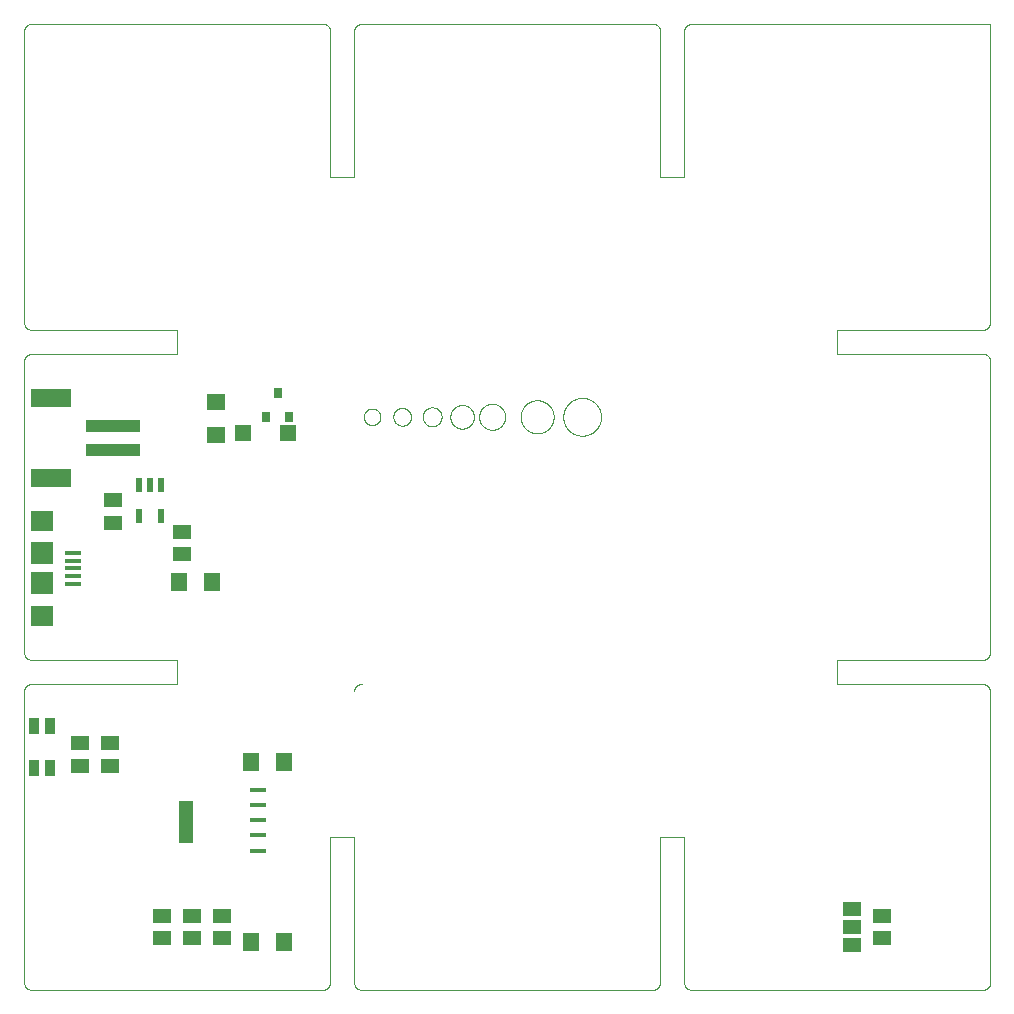
<source format=gtp>
G75*
%MOIN*%
%OFA0B0*%
%FSLAX25Y25*%
%IPPOS*%
%LPD*%
%AMOC8*
5,1,8,0,0,1.08239X$1,22.5*
%
%ADD10C,0.00000*%
%ADD11C,0.00100*%
%ADD12R,0.05906X0.05118*%
%ADD13R,0.03543X0.05512*%
%ADD14R,0.05500X0.01800*%
%ADD15R,0.05118X0.14173*%
%ADD16R,0.05512X0.06299*%
%ADD17R,0.02165X0.04724*%
%ADD18R,0.06299X0.05512*%
%ADD19R,0.03150X0.03543*%
%ADD20R,0.05512X0.05512*%
%ADD21R,0.05512X0.01378*%
%ADD22R,0.07480X0.07087*%
%ADD23R,0.07480X0.07480*%
%ADD24R,0.18110X0.03937*%
%ADD25R,0.13386X0.06299*%
%ADD26R,0.06300X0.04600*%
D10*
X0006275Y0006500D02*
X0006275Y0103500D01*
X0006277Y0103598D01*
X0006283Y0103696D01*
X0006292Y0103794D01*
X0006306Y0103891D01*
X0006323Y0103988D01*
X0006344Y0104084D01*
X0006369Y0104179D01*
X0006397Y0104273D01*
X0006430Y0104365D01*
X0006465Y0104457D01*
X0006505Y0104547D01*
X0006547Y0104635D01*
X0006594Y0104722D01*
X0006643Y0104806D01*
X0006696Y0104889D01*
X0006752Y0104969D01*
X0006812Y0105048D01*
X0006874Y0105124D01*
X0006939Y0105197D01*
X0007007Y0105268D01*
X0007078Y0105336D01*
X0007151Y0105401D01*
X0007227Y0105463D01*
X0007306Y0105523D01*
X0007386Y0105579D01*
X0007469Y0105632D01*
X0007553Y0105681D01*
X0007640Y0105728D01*
X0007728Y0105770D01*
X0007818Y0105810D01*
X0007910Y0105845D01*
X0008002Y0105878D01*
X0008096Y0105906D01*
X0008191Y0105931D01*
X0008287Y0105952D01*
X0008384Y0105969D01*
X0008481Y0105983D01*
X0008579Y0105992D01*
X0008677Y0105998D01*
X0008775Y0106000D01*
X0057275Y0106000D01*
X0057275Y0114000D01*
X0008775Y0114000D01*
X0008677Y0114002D01*
X0008579Y0114008D01*
X0008481Y0114017D01*
X0008384Y0114031D01*
X0008287Y0114048D01*
X0008191Y0114069D01*
X0008096Y0114094D01*
X0008002Y0114122D01*
X0007910Y0114155D01*
X0007818Y0114190D01*
X0007728Y0114230D01*
X0007640Y0114272D01*
X0007553Y0114319D01*
X0007469Y0114368D01*
X0007386Y0114421D01*
X0007306Y0114477D01*
X0007227Y0114537D01*
X0007151Y0114599D01*
X0007078Y0114664D01*
X0007007Y0114732D01*
X0006939Y0114803D01*
X0006874Y0114876D01*
X0006812Y0114952D01*
X0006752Y0115031D01*
X0006696Y0115111D01*
X0006643Y0115194D01*
X0006594Y0115278D01*
X0006547Y0115365D01*
X0006505Y0115453D01*
X0006465Y0115543D01*
X0006430Y0115635D01*
X0006397Y0115727D01*
X0006369Y0115821D01*
X0006344Y0115916D01*
X0006323Y0116012D01*
X0006306Y0116109D01*
X0006292Y0116206D01*
X0006283Y0116304D01*
X0006277Y0116402D01*
X0006275Y0116500D01*
X0006275Y0213500D01*
X0006277Y0213598D01*
X0006283Y0213696D01*
X0006292Y0213794D01*
X0006306Y0213891D01*
X0006323Y0213988D01*
X0006344Y0214084D01*
X0006369Y0214179D01*
X0006397Y0214273D01*
X0006430Y0214365D01*
X0006465Y0214457D01*
X0006505Y0214547D01*
X0006547Y0214635D01*
X0006594Y0214722D01*
X0006643Y0214806D01*
X0006696Y0214889D01*
X0006752Y0214969D01*
X0006812Y0215048D01*
X0006874Y0215124D01*
X0006939Y0215197D01*
X0007007Y0215268D01*
X0007078Y0215336D01*
X0007151Y0215401D01*
X0007227Y0215463D01*
X0007306Y0215523D01*
X0007386Y0215579D01*
X0007469Y0215632D01*
X0007553Y0215681D01*
X0007640Y0215728D01*
X0007728Y0215770D01*
X0007818Y0215810D01*
X0007910Y0215845D01*
X0008002Y0215878D01*
X0008096Y0215906D01*
X0008191Y0215931D01*
X0008287Y0215952D01*
X0008384Y0215969D01*
X0008481Y0215983D01*
X0008579Y0215992D01*
X0008677Y0215998D01*
X0008775Y0216000D01*
X0057275Y0216000D01*
X0057275Y0224000D01*
X0008775Y0224000D01*
X0008677Y0224002D01*
X0008579Y0224008D01*
X0008481Y0224017D01*
X0008384Y0224031D01*
X0008287Y0224048D01*
X0008191Y0224069D01*
X0008096Y0224094D01*
X0008002Y0224122D01*
X0007910Y0224155D01*
X0007818Y0224190D01*
X0007728Y0224230D01*
X0007640Y0224272D01*
X0007553Y0224319D01*
X0007469Y0224368D01*
X0007386Y0224421D01*
X0007306Y0224477D01*
X0007227Y0224537D01*
X0007151Y0224599D01*
X0007078Y0224664D01*
X0007007Y0224732D01*
X0006939Y0224803D01*
X0006874Y0224876D01*
X0006812Y0224952D01*
X0006752Y0225031D01*
X0006696Y0225111D01*
X0006643Y0225194D01*
X0006594Y0225278D01*
X0006547Y0225365D01*
X0006505Y0225453D01*
X0006465Y0225543D01*
X0006430Y0225635D01*
X0006397Y0225727D01*
X0006369Y0225821D01*
X0006344Y0225916D01*
X0006323Y0226012D01*
X0006306Y0226109D01*
X0006292Y0226206D01*
X0006283Y0226304D01*
X0006277Y0226402D01*
X0006275Y0226500D01*
X0006275Y0323511D01*
X0006277Y0323609D01*
X0006283Y0323707D01*
X0006292Y0323805D01*
X0006306Y0323902D01*
X0006323Y0323999D01*
X0006344Y0324095D01*
X0006369Y0324190D01*
X0006397Y0324284D01*
X0006430Y0324376D01*
X0006465Y0324468D01*
X0006505Y0324558D01*
X0006547Y0324646D01*
X0006594Y0324733D01*
X0006643Y0324817D01*
X0006696Y0324900D01*
X0006752Y0324980D01*
X0006812Y0325059D01*
X0006874Y0325135D01*
X0006939Y0325208D01*
X0007007Y0325279D01*
X0007078Y0325347D01*
X0007151Y0325412D01*
X0007227Y0325474D01*
X0007306Y0325534D01*
X0007386Y0325590D01*
X0007469Y0325643D01*
X0007553Y0325692D01*
X0007640Y0325739D01*
X0007728Y0325781D01*
X0007818Y0325821D01*
X0007910Y0325856D01*
X0008002Y0325889D01*
X0008096Y0325917D01*
X0008191Y0325942D01*
X0008287Y0325963D01*
X0008384Y0325980D01*
X0008481Y0325994D01*
X0008579Y0326003D01*
X0008677Y0326009D01*
X0008775Y0326011D01*
X0105775Y0326011D01*
X0105873Y0326009D01*
X0105971Y0326003D01*
X0106069Y0325994D01*
X0106166Y0325980D01*
X0106263Y0325963D01*
X0106359Y0325942D01*
X0106454Y0325917D01*
X0106548Y0325889D01*
X0106640Y0325856D01*
X0106732Y0325821D01*
X0106822Y0325781D01*
X0106910Y0325739D01*
X0106997Y0325692D01*
X0107081Y0325643D01*
X0107164Y0325590D01*
X0107244Y0325534D01*
X0107323Y0325474D01*
X0107399Y0325412D01*
X0107472Y0325347D01*
X0107543Y0325279D01*
X0107611Y0325208D01*
X0107676Y0325135D01*
X0107738Y0325059D01*
X0107798Y0324980D01*
X0107854Y0324900D01*
X0107907Y0324817D01*
X0107956Y0324733D01*
X0108003Y0324646D01*
X0108045Y0324558D01*
X0108085Y0324468D01*
X0108120Y0324376D01*
X0108153Y0324284D01*
X0108181Y0324190D01*
X0108206Y0324095D01*
X0108227Y0323999D01*
X0108244Y0323902D01*
X0108258Y0323805D01*
X0108267Y0323707D01*
X0108273Y0323609D01*
X0108275Y0323511D01*
X0108275Y0275000D01*
X0116275Y0275000D01*
X0116275Y0323500D01*
X0116277Y0323598D01*
X0116283Y0323696D01*
X0116292Y0323794D01*
X0116306Y0323891D01*
X0116323Y0323988D01*
X0116344Y0324084D01*
X0116369Y0324179D01*
X0116397Y0324273D01*
X0116430Y0324365D01*
X0116465Y0324457D01*
X0116505Y0324547D01*
X0116547Y0324635D01*
X0116594Y0324722D01*
X0116643Y0324806D01*
X0116696Y0324889D01*
X0116752Y0324969D01*
X0116812Y0325048D01*
X0116874Y0325124D01*
X0116939Y0325197D01*
X0117007Y0325268D01*
X0117078Y0325336D01*
X0117151Y0325401D01*
X0117227Y0325463D01*
X0117306Y0325523D01*
X0117386Y0325579D01*
X0117469Y0325632D01*
X0117553Y0325681D01*
X0117640Y0325728D01*
X0117728Y0325770D01*
X0117818Y0325810D01*
X0117910Y0325845D01*
X0118002Y0325878D01*
X0118096Y0325906D01*
X0118191Y0325931D01*
X0118287Y0325952D01*
X0118384Y0325969D01*
X0118481Y0325983D01*
X0118579Y0325992D01*
X0118677Y0325998D01*
X0118775Y0326000D01*
X0215775Y0326000D01*
X0215873Y0325998D01*
X0215971Y0325992D01*
X0216069Y0325983D01*
X0216166Y0325969D01*
X0216263Y0325952D01*
X0216359Y0325931D01*
X0216454Y0325906D01*
X0216548Y0325878D01*
X0216640Y0325845D01*
X0216732Y0325810D01*
X0216822Y0325770D01*
X0216910Y0325728D01*
X0216997Y0325681D01*
X0217081Y0325632D01*
X0217164Y0325579D01*
X0217244Y0325523D01*
X0217323Y0325463D01*
X0217399Y0325401D01*
X0217472Y0325336D01*
X0217543Y0325268D01*
X0217611Y0325197D01*
X0217676Y0325124D01*
X0217738Y0325048D01*
X0217798Y0324969D01*
X0217854Y0324889D01*
X0217907Y0324806D01*
X0217956Y0324722D01*
X0218003Y0324635D01*
X0218045Y0324547D01*
X0218085Y0324457D01*
X0218120Y0324365D01*
X0218153Y0324273D01*
X0218181Y0324179D01*
X0218206Y0324084D01*
X0218227Y0323988D01*
X0218244Y0323891D01*
X0218258Y0323794D01*
X0218267Y0323696D01*
X0218273Y0323598D01*
X0218275Y0323500D01*
X0218275Y0275000D01*
X0226275Y0275000D01*
X0226275Y0323500D01*
X0226275Y0323501D02*
X0226277Y0323599D01*
X0226282Y0323697D01*
X0226291Y0323795D01*
X0226304Y0323892D01*
X0226321Y0323989D01*
X0226342Y0324085D01*
X0226367Y0324180D01*
X0226395Y0324274D01*
X0226427Y0324367D01*
X0226463Y0324459D01*
X0226502Y0324549D01*
X0226544Y0324638D01*
X0226591Y0324724D01*
X0226640Y0324809D01*
X0226693Y0324892D01*
X0226749Y0324973D01*
X0226809Y0325051D01*
X0226871Y0325127D01*
X0226936Y0325201D01*
X0227004Y0325272D01*
X0227075Y0325340D01*
X0227149Y0325405D01*
X0227225Y0325467D01*
X0227303Y0325527D01*
X0227384Y0325583D01*
X0227466Y0325636D01*
X0227551Y0325685D01*
X0227638Y0325731D01*
X0227727Y0325774D01*
X0227817Y0325813D01*
X0227908Y0325849D01*
X0228001Y0325881D01*
X0228095Y0325909D01*
X0228191Y0325934D01*
X0228287Y0325955D01*
X0228383Y0325972D01*
X0228481Y0325985D01*
X0228579Y0325994D01*
X0228677Y0325999D01*
X0228775Y0326001D01*
X0228775Y0326000D02*
X0328275Y0326011D01*
X0328276Y0326011D01*
X0328275Y0326011D02*
X0328275Y0226500D01*
X0328273Y0226402D01*
X0328267Y0226304D01*
X0328258Y0226206D01*
X0328244Y0226109D01*
X0328227Y0226012D01*
X0328206Y0225916D01*
X0328181Y0225821D01*
X0328153Y0225727D01*
X0328120Y0225635D01*
X0328085Y0225543D01*
X0328045Y0225453D01*
X0328003Y0225365D01*
X0327956Y0225278D01*
X0327907Y0225194D01*
X0327854Y0225111D01*
X0327798Y0225031D01*
X0327738Y0224952D01*
X0327676Y0224876D01*
X0327611Y0224803D01*
X0327543Y0224732D01*
X0327472Y0224664D01*
X0327399Y0224599D01*
X0327323Y0224537D01*
X0327244Y0224477D01*
X0327164Y0224421D01*
X0327081Y0224368D01*
X0326997Y0224319D01*
X0326910Y0224272D01*
X0326822Y0224230D01*
X0326732Y0224190D01*
X0326640Y0224155D01*
X0326548Y0224122D01*
X0326454Y0224094D01*
X0326359Y0224069D01*
X0326263Y0224048D01*
X0326166Y0224031D01*
X0326069Y0224017D01*
X0325971Y0224008D01*
X0325873Y0224002D01*
X0325775Y0224000D01*
X0277275Y0224000D01*
X0277275Y0216000D01*
X0325775Y0216000D01*
X0325873Y0215998D01*
X0325971Y0215992D01*
X0326069Y0215983D01*
X0326166Y0215969D01*
X0326263Y0215952D01*
X0326359Y0215931D01*
X0326454Y0215906D01*
X0326548Y0215878D01*
X0326640Y0215845D01*
X0326732Y0215810D01*
X0326822Y0215770D01*
X0326910Y0215728D01*
X0326997Y0215681D01*
X0327081Y0215632D01*
X0327164Y0215579D01*
X0327244Y0215523D01*
X0327323Y0215463D01*
X0327399Y0215401D01*
X0327472Y0215336D01*
X0327543Y0215268D01*
X0327611Y0215197D01*
X0327676Y0215124D01*
X0327738Y0215048D01*
X0327798Y0214969D01*
X0327854Y0214889D01*
X0327907Y0214806D01*
X0327956Y0214722D01*
X0328003Y0214635D01*
X0328045Y0214547D01*
X0328085Y0214457D01*
X0328120Y0214365D01*
X0328153Y0214273D01*
X0328181Y0214179D01*
X0328206Y0214084D01*
X0328227Y0213988D01*
X0328244Y0213891D01*
X0328258Y0213794D01*
X0328267Y0213696D01*
X0328273Y0213598D01*
X0328275Y0213500D01*
X0328275Y0116500D01*
X0328273Y0116402D01*
X0328267Y0116304D01*
X0328258Y0116206D01*
X0328244Y0116109D01*
X0328227Y0116012D01*
X0328206Y0115916D01*
X0328181Y0115821D01*
X0328153Y0115727D01*
X0328120Y0115635D01*
X0328085Y0115543D01*
X0328045Y0115453D01*
X0328003Y0115365D01*
X0327956Y0115278D01*
X0327907Y0115194D01*
X0327854Y0115111D01*
X0327798Y0115031D01*
X0327738Y0114952D01*
X0327676Y0114876D01*
X0327611Y0114803D01*
X0327543Y0114732D01*
X0327472Y0114664D01*
X0327399Y0114599D01*
X0327323Y0114537D01*
X0327244Y0114477D01*
X0327164Y0114421D01*
X0327081Y0114368D01*
X0326997Y0114319D01*
X0326910Y0114272D01*
X0326822Y0114230D01*
X0326732Y0114190D01*
X0326640Y0114155D01*
X0326548Y0114122D01*
X0326454Y0114094D01*
X0326359Y0114069D01*
X0326263Y0114048D01*
X0326166Y0114031D01*
X0326069Y0114017D01*
X0325971Y0114008D01*
X0325873Y0114002D01*
X0325775Y0114000D01*
X0277275Y0114000D01*
X0277275Y0106000D01*
X0325776Y0106000D01*
X0325776Y0105999D02*
X0325879Y0105985D01*
X0325982Y0105967D01*
X0326085Y0105945D01*
X0326186Y0105919D01*
X0326286Y0105890D01*
X0326386Y0105857D01*
X0326484Y0105820D01*
X0326580Y0105780D01*
X0326675Y0105736D01*
X0326769Y0105689D01*
X0326860Y0105638D01*
X0326950Y0105585D01*
X0327038Y0105528D01*
X0327123Y0105467D01*
X0327207Y0105404D01*
X0327287Y0105338D01*
X0327366Y0105268D01*
X0327442Y0105196D01*
X0327515Y0105122D01*
X0327585Y0105044D01*
X0327653Y0104964D01*
X0327717Y0104882D01*
X0327779Y0104797D01*
X0327837Y0104711D01*
X0327893Y0104622D01*
X0327944Y0104531D01*
X0327993Y0104438D01*
X0328038Y0104344D01*
X0328080Y0104248D01*
X0328118Y0104150D01*
X0328152Y0104052D01*
X0328183Y0103952D01*
X0328210Y0103851D01*
X0328234Y0103749D01*
X0328254Y0103646D01*
X0328270Y0103543D01*
X0328282Y0103439D01*
X0328290Y0103334D01*
X0328295Y0103230D01*
X0328296Y0103125D01*
X0328293Y0103021D01*
X0328286Y0102916D01*
X0328275Y0102812D01*
X0328276Y0102812D02*
X0328276Y0007187D01*
X0328277Y0007187D02*
X0328300Y0007090D01*
X0328320Y0006993D01*
X0328335Y0006894D01*
X0328347Y0006795D01*
X0328355Y0006696D01*
X0328359Y0006596D01*
X0328359Y0006496D01*
X0328355Y0006397D01*
X0328347Y0006298D01*
X0328335Y0006199D01*
X0328320Y0006100D01*
X0328300Y0006002D01*
X0328277Y0005905D01*
X0328250Y0005809D01*
X0328220Y0005715D01*
X0328185Y0005621D01*
X0328147Y0005529D01*
X0328106Y0005438D01*
X0328060Y0005350D01*
X0328012Y0005262D01*
X0327960Y0005177D01*
X0327905Y0005094D01*
X0327846Y0005014D01*
X0327785Y0004935D01*
X0327720Y0004859D01*
X0327653Y0004786D01*
X0327583Y0004715D01*
X0327510Y0004647D01*
X0327434Y0004582D01*
X0327356Y0004520D01*
X0327276Y0004462D01*
X0327193Y0004406D01*
X0327108Y0004354D01*
X0327021Y0004304D01*
X0326933Y0004259D01*
X0326843Y0004217D01*
X0326751Y0004178D01*
X0326657Y0004143D01*
X0326563Y0004112D01*
X0326467Y0004085D01*
X0326370Y0004061D01*
X0326272Y0004041D01*
X0326174Y0004025D01*
X0326075Y0004013D01*
X0325976Y0004004D01*
X0325876Y0004000D01*
X0325777Y0003999D01*
X0325776Y0004000D02*
X0228775Y0004000D01*
X0228677Y0004002D01*
X0228579Y0004008D01*
X0228481Y0004017D01*
X0228384Y0004031D01*
X0228287Y0004048D01*
X0228191Y0004069D01*
X0228096Y0004094D01*
X0228002Y0004122D01*
X0227910Y0004155D01*
X0227818Y0004190D01*
X0227728Y0004230D01*
X0227640Y0004272D01*
X0227553Y0004319D01*
X0227469Y0004368D01*
X0227386Y0004421D01*
X0227306Y0004477D01*
X0227227Y0004537D01*
X0227151Y0004599D01*
X0227078Y0004664D01*
X0227007Y0004732D01*
X0226939Y0004803D01*
X0226874Y0004876D01*
X0226812Y0004952D01*
X0226752Y0005031D01*
X0226696Y0005111D01*
X0226643Y0005194D01*
X0226594Y0005278D01*
X0226547Y0005365D01*
X0226505Y0005453D01*
X0226465Y0005543D01*
X0226430Y0005635D01*
X0226397Y0005727D01*
X0226369Y0005821D01*
X0226344Y0005916D01*
X0226323Y0006012D01*
X0226306Y0006109D01*
X0226292Y0006206D01*
X0226283Y0006304D01*
X0226277Y0006402D01*
X0226275Y0006500D01*
X0226275Y0055000D01*
X0218275Y0055000D01*
X0218275Y0006500D01*
X0218273Y0006402D01*
X0218267Y0006304D01*
X0218258Y0006206D01*
X0218244Y0006109D01*
X0218227Y0006012D01*
X0218206Y0005916D01*
X0218181Y0005821D01*
X0218153Y0005727D01*
X0218120Y0005635D01*
X0218085Y0005543D01*
X0218045Y0005453D01*
X0218003Y0005365D01*
X0217956Y0005278D01*
X0217907Y0005194D01*
X0217854Y0005111D01*
X0217798Y0005031D01*
X0217738Y0004952D01*
X0217676Y0004876D01*
X0217611Y0004803D01*
X0217543Y0004732D01*
X0217472Y0004664D01*
X0217399Y0004599D01*
X0217323Y0004537D01*
X0217244Y0004477D01*
X0217164Y0004421D01*
X0217081Y0004368D01*
X0216997Y0004319D01*
X0216910Y0004272D01*
X0216822Y0004230D01*
X0216732Y0004190D01*
X0216640Y0004155D01*
X0216548Y0004122D01*
X0216454Y0004094D01*
X0216359Y0004069D01*
X0216263Y0004048D01*
X0216166Y0004031D01*
X0216069Y0004017D01*
X0215971Y0004008D01*
X0215873Y0004002D01*
X0215775Y0004000D01*
X0118775Y0004000D01*
X0118677Y0004002D01*
X0118579Y0004008D01*
X0118481Y0004017D01*
X0118384Y0004031D01*
X0118287Y0004048D01*
X0118191Y0004069D01*
X0118096Y0004094D01*
X0118002Y0004122D01*
X0117910Y0004155D01*
X0117818Y0004190D01*
X0117728Y0004230D01*
X0117640Y0004272D01*
X0117553Y0004319D01*
X0117469Y0004368D01*
X0117386Y0004421D01*
X0117306Y0004477D01*
X0117227Y0004537D01*
X0117151Y0004599D01*
X0117078Y0004664D01*
X0117007Y0004732D01*
X0116939Y0004803D01*
X0116874Y0004876D01*
X0116812Y0004952D01*
X0116752Y0005031D01*
X0116696Y0005111D01*
X0116643Y0005194D01*
X0116594Y0005278D01*
X0116547Y0005365D01*
X0116505Y0005453D01*
X0116465Y0005543D01*
X0116430Y0005635D01*
X0116397Y0005727D01*
X0116369Y0005821D01*
X0116344Y0005916D01*
X0116323Y0006012D01*
X0116306Y0006109D01*
X0116292Y0006206D01*
X0116283Y0006304D01*
X0116277Y0006402D01*
X0116275Y0006500D01*
X0116275Y0055000D01*
X0108275Y0055000D01*
X0108275Y0006500D01*
X0108273Y0006402D01*
X0108267Y0006304D01*
X0108258Y0006206D01*
X0108244Y0006109D01*
X0108227Y0006012D01*
X0108206Y0005916D01*
X0108181Y0005821D01*
X0108153Y0005727D01*
X0108120Y0005635D01*
X0108085Y0005543D01*
X0108045Y0005453D01*
X0108003Y0005365D01*
X0107956Y0005278D01*
X0107907Y0005194D01*
X0107854Y0005111D01*
X0107798Y0005031D01*
X0107738Y0004952D01*
X0107676Y0004876D01*
X0107611Y0004803D01*
X0107543Y0004732D01*
X0107472Y0004664D01*
X0107399Y0004599D01*
X0107323Y0004537D01*
X0107244Y0004477D01*
X0107164Y0004421D01*
X0107081Y0004368D01*
X0106997Y0004319D01*
X0106910Y0004272D01*
X0106822Y0004230D01*
X0106732Y0004190D01*
X0106640Y0004155D01*
X0106548Y0004122D01*
X0106454Y0004094D01*
X0106359Y0004069D01*
X0106263Y0004048D01*
X0106166Y0004031D01*
X0106069Y0004017D01*
X0105971Y0004008D01*
X0105873Y0004002D01*
X0105775Y0004000D01*
X0008775Y0004000D01*
X0008677Y0004002D01*
X0008579Y0004008D01*
X0008481Y0004017D01*
X0008384Y0004031D01*
X0008287Y0004048D01*
X0008191Y0004069D01*
X0008096Y0004094D01*
X0008002Y0004122D01*
X0007910Y0004155D01*
X0007818Y0004190D01*
X0007728Y0004230D01*
X0007640Y0004272D01*
X0007553Y0004319D01*
X0007469Y0004368D01*
X0007386Y0004421D01*
X0007306Y0004477D01*
X0007227Y0004537D01*
X0007151Y0004599D01*
X0007078Y0004664D01*
X0007007Y0004732D01*
X0006939Y0004803D01*
X0006874Y0004876D01*
X0006812Y0004952D01*
X0006752Y0005031D01*
X0006696Y0005111D01*
X0006643Y0005194D01*
X0006594Y0005278D01*
X0006547Y0005365D01*
X0006505Y0005453D01*
X0006465Y0005543D01*
X0006430Y0005635D01*
X0006397Y0005727D01*
X0006369Y0005821D01*
X0006344Y0005916D01*
X0006323Y0006012D01*
X0006306Y0006109D01*
X0006292Y0006206D01*
X0006283Y0006304D01*
X0006277Y0006402D01*
X0006275Y0006500D01*
X0119519Y0195000D02*
X0119521Y0195105D01*
X0119527Y0195210D01*
X0119537Y0195314D01*
X0119551Y0195418D01*
X0119569Y0195522D01*
X0119591Y0195624D01*
X0119616Y0195726D01*
X0119646Y0195827D01*
X0119679Y0195926D01*
X0119716Y0196024D01*
X0119757Y0196121D01*
X0119802Y0196216D01*
X0119850Y0196309D01*
X0119901Y0196401D01*
X0119957Y0196490D01*
X0120015Y0196577D01*
X0120077Y0196662D01*
X0120141Y0196745D01*
X0120209Y0196825D01*
X0120280Y0196902D01*
X0120354Y0196976D01*
X0120431Y0197048D01*
X0120510Y0197117D01*
X0120592Y0197182D01*
X0120676Y0197245D01*
X0120763Y0197304D01*
X0120852Y0197360D01*
X0120943Y0197413D01*
X0121036Y0197462D01*
X0121130Y0197507D01*
X0121226Y0197549D01*
X0121324Y0197587D01*
X0121423Y0197621D01*
X0121524Y0197652D01*
X0121625Y0197678D01*
X0121728Y0197701D01*
X0121831Y0197720D01*
X0121935Y0197735D01*
X0122039Y0197746D01*
X0122144Y0197753D01*
X0122249Y0197756D01*
X0122354Y0197755D01*
X0122459Y0197750D01*
X0122563Y0197741D01*
X0122667Y0197728D01*
X0122771Y0197711D01*
X0122874Y0197690D01*
X0122976Y0197665D01*
X0123077Y0197637D01*
X0123176Y0197604D01*
X0123275Y0197568D01*
X0123372Y0197528D01*
X0123467Y0197485D01*
X0123561Y0197437D01*
X0123653Y0197387D01*
X0123743Y0197333D01*
X0123831Y0197275D01*
X0123916Y0197214D01*
X0123999Y0197150D01*
X0124080Y0197083D01*
X0124158Y0197013D01*
X0124233Y0196939D01*
X0124305Y0196864D01*
X0124375Y0196785D01*
X0124441Y0196704D01*
X0124505Y0196620D01*
X0124565Y0196534D01*
X0124621Y0196446D01*
X0124675Y0196355D01*
X0124725Y0196263D01*
X0124771Y0196169D01*
X0124814Y0196073D01*
X0124853Y0195975D01*
X0124888Y0195877D01*
X0124919Y0195776D01*
X0124947Y0195675D01*
X0124971Y0195573D01*
X0124991Y0195470D01*
X0125007Y0195366D01*
X0125019Y0195262D01*
X0125027Y0195157D01*
X0125031Y0195052D01*
X0125031Y0194948D01*
X0125027Y0194843D01*
X0125019Y0194738D01*
X0125007Y0194634D01*
X0124991Y0194530D01*
X0124971Y0194427D01*
X0124947Y0194325D01*
X0124919Y0194224D01*
X0124888Y0194123D01*
X0124853Y0194025D01*
X0124814Y0193927D01*
X0124771Y0193831D01*
X0124725Y0193737D01*
X0124675Y0193645D01*
X0124621Y0193554D01*
X0124565Y0193466D01*
X0124505Y0193380D01*
X0124441Y0193296D01*
X0124375Y0193215D01*
X0124305Y0193136D01*
X0124233Y0193061D01*
X0124158Y0192987D01*
X0124080Y0192917D01*
X0123999Y0192850D01*
X0123916Y0192786D01*
X0123831Y0192725D01*
X0123743Y0192667D01*
X0123653Y0192613D01*
X0123561Y0192563D01*
X0123467Y0192515D01*
X0123372Y0192472D01*
X0123275Y0192432D01*
X0123176Y0192396D01*
X0123077Y0192363D01*
X0122976Y0192335D01*
X0122874Y0192310D01*
X0122771Y0192289D01*
X0122667Y0192272D01*
X0122563Y0192259D01*
X0122459Y0192250D01*
X0122354Y0192245D01*
X0122249Y0192244D01*
X0122144Y0192247D01*
X0122039Y0192254D01*
X0121935Y0192265D01*
X0121831Y0192280D01*
X0121728Y0192299D01*
X0121625Y0192322D01*
X0121524Y0192348D01*
X0121423Y0192379D01*
X0121324Y0192413D01*
X0121226Y0192451D01*
X0121130Y0192493D01*
X0121036Y0192538D01*
X0120943Y0192587D01*
X0120852Y0192640D01*
X0120763Y0192696D01*
X0120676Y0192755D01*
X0120592Y0192818D01*
X0120510Y0192883D01*
X0120431Y0192952D01*
X0120354Y0193024D01*
X0120280Y0193098D01*
X0120209Y0193175D01*
X0120141Y0193255D01*
X0120077Y0193338D01*
X0120015Y0193423D01*
X0119957Y0193510D01*
X0119901Y0193599D01*
X0119850Y0193691D01*
X0119802Y0193784D01*
X0119757Y0193879D01*
X0119716Y0193976D01*
X0119679Y0194074D01*
X0119646Y0194173D01*
X0119616Y0194274D01*
X0119591Y0194376D01*
X0119569Y0194478D01*
X0119551Y0194582D01*
X0119537Y0194686D01*
X0119527Y0194790D01*
X0119521Y0194895D01*
X0119519Y0195000D01*
X0129322Y0195000D02*
X0129324Y0195108D01*
X0129330Y0195217D01*
X0129340Y0195325D01*
X0129354Y0195432D01*
X0129372Y0195539D01*
X0129393Y0195646D01*
X0129419Y0195751D01*
X0129449Y0195856D01*
X0129482Y0195959D01*
X0129519Y0196061D01*
X0129560Y0196161D01*
X0129604Y0196260D01*
X0129653Y0196358D01*
X0129704Y0196453D01*
X0129759Y0196546D01*
X0129818Y0196638D01*
X0129880Y0196727D01*
X0129945Y0196814D01*
X0130013Y0196898D01*
X0130084Y0196980D01*
X0130158Y0197059D01*
X0130235Y0197135D01*
X0130315Y0197209D01*
X0130398Y0197279D01*
X0130483Y0197347D01*
X0130570Y0197411D01*
X0130660Y0197472D01*
X0130752Y0197530D01*
X0130846Y0197584D01*
X0130942Y0197635D01*
X0131039Y0197682D01*
X0131139Y0197726D01*
X0131240Y0197766D01*
X0131342Y0197802D01*
X0131445Y0197834D01*
X0131550Y0197863D01*
X0131656Y0197887D01*
X0131762Y0197908D01*
X0131869Y0197925D01*
X0131977Y0197938D01*
X0132085Y0197947D01*
X0132194Y0197952D01*
X0132302Y0197953D01*
X0132411Y0197950D01*
X0132519Y0197943D01*
X0132627Y0197932D01*
X0132734Y0197917D01*
X0132841Y0197898D01*
X0132947Y0197875D01*
X0133052Y0197849D01*
X0133157Y0197818D01*
X0133259Y0197784D01*
X0133361Y0197746D01*
X0133461Y0197704D01*
X0133560Y0197659D01*
X0133657Y0197610D01*
X0133751Y0197557D01*
X0133844Y0197501D01*
X0133935Y0197442D01*
X0134024Y0197379D01*
X0134110Y0197314D01*
X0134194Y0197245D01*
X0134275Y0197173D01*
X0134353Y0197098D01*
X0134429Y0197020D01*
X0134502Y0196939D01*
X0134572Y0196856D01*
X0134638Y0196771D01*
X0134702Y0196683D01*
X0134762Y0196592D01*
X0134819Y0196500D01*
X0134872Y0196405D01*
X0134922Y0196309D01*
X0134968Y0196211D01*
X0135011Y0196111D01*
X0135050Y0196010D01*
X0135085Y0195907D01*
X0135117Y0195804D01*
X0135144Y0195699D01*
X0135168Y0195593D01*
X0135188Y0195486D01*
X0135204Y0195379D01*
X0135216Y0195271D01*
X0135224Y0195163D01*
X0135228Y0195054D01*
X0135228Y0194946D01*
X0135224Y0194837D01*
X0135216Y0194729D01*
X0135204Y0194621D01*
X0135188Y0194514D01*
X0135168Y0194407D01*
X0135144Y0194301D01*
X0135117Y0194196D01*
X0135085Y0194093D01*
X0135050Y0193990D01*
X0135011Y0193889D01*
X0134968Y0193789D01*
X0134922Y0193691D01*
X0134872Y0193595D01*
X0134819Y0193500D01*
X0134762Y0193408D01*
X0134702Y0193317D01*
X0134638Y0193229D01*
X0134572Y0193144D01*
X0134502Y0193061D01*
X0134429Y0192980D01*
X0134353Y0192902D01*
X0134275Y0192827D01*
X0134194Y0192755D01*
X0134110Y0192686D01*
X0134024Y0192621D01*
X0133935Y0192558D01*
X0133844Y0192499D01*
X0133752Y0192443D01*
X0133657Y0192390D01*
X0133560Y0192341D01*
X0133461Y0192296D01*
X0133361Y0192254D01*
X0133259Y0192216D01*
X0133157Y0192182D01*
X0133052Y0192151D01*
X0132947Y0192125D01*
X0132841Y0192102D01*
X0132734Y0192083D01*
X0132627Y0192068D01*
X0132519Y0192057D01*
X0132411Y0192050D01*
X0132302Y0192047D01*
X0132194Y0192048D01*
X0132085Y0192053D01*
X0131977Y0192062D01*
X0131869Y0192075D01*
X0131762Y0192092D01*
X0131656Y0192113D01*
X0131550Y0192137D01*
X0131445Y0192166D01*
X0131342Y0192198D01*
X0131240Y0192234D01*
X0131139Y0192274D01*
X0131039Y0192318D01*
X0130942Y0192365D01*
X0130846Y0192416D01*
X0130752Y0192470D01*
X0130660Y0192528D01*
X0130570Y0192589D01*
X0130483Y0192653D01*
X0130398Y0192721D01*
X0130315Y0192791D01*
X0130235Y0192865D01*
X0130158Y0192941D01*
X0130084Y0193020D01*
X0130013Y0193102D01*
X0129945Y0193186D01*
X0129880Y0193273D01*
X0129818Y0193362D01*
X0129759Y0193454D01*
X0129704Y0193547D01*
X0129653Y0193642D01*
X0129604Y0193740D01*
X0129560Y0193839D01*
X0129519Y0193939D01*
X0129482Y0194041D01*
X0129449Y0194144D01*
X0129419Y0194249D01*
X0129393Y0194354D01*
X0129372Y0194461D01*
X0129354Y0194568D01*
X0129340Y0194675D01*
X0129330Y0194783D01*
X0129324Y0194892D01*
X0129322Y0195000D01*
X0139125Y0195000D02*
X0139127Y0195112D01*
X0139133Y0195223D01*
X0139143Y0195335D01*
X0139157Y0195446D01*
X0139174Y0195556D01*
X0139196Y0195666D01*
X0139222Y0195775D01*
X0139251Y0195883D01*
X0139284Y0195989D01*
X0139321Y0196095D01*
X0139362Y0196199D01*
X0139407Y0196302D01*
X0139455Y0196403D01*
X0139506Y0196502D01*
X0139561Y0196599D01*
X0139620Y0196694D01*
X0139681Y0196788D01*
X0139746Y0196879D01*
X0139815Y0196967D01*
X0139886Y0197053D01*
X0139960Y0197137D01*
X0140038Y0197217D01*
X0140118Y0197295D01*
X0140201Y0197371D01*
X0140286Y0197443D01*
X0140374Y0197512D01*
X0140464Y0197578D01*
X0140557Y0197640D01*
X0140652Y0197700D01*
X0140749Y0197756D01*
X0140847Y0197808D01*
X0140948Y0197857D01*
X0141050Y0197902D01*
X0141154Y0197944D01*
X0141259Y0197982D01*
X0141366Y0198016D01*
X0141473Y0198046D01*
X0141582Y0198073D01*
X0141691Y0198095D01*
X0141802Y0198114D01*
X0141912Y0198129D01*
X0142024Y0198140D01*
X0142135Y0198147D01*
X0142247Y0198150D01*
X0142359Y0198149D01*
X0142471Y0198144D01*
X0142582Y0198135D01*
X0142693Y0198122D01*
X0142804Y0198105D01*
X0142914Y0198085D01*
X0143023Y0198060D01*
X0143131Y0198032D01*
X0143238Y0197999D01*
X0143344Y0197963D01*
X0143448Y0197923D01*
X0143551Y0197880D01*
X0143653Y0197833D01*
X0143752Y0197782D01*
X0143850Y0197728D01*
X0143946Y0197670D01*
X0144040Y0197609D01*
X0144131Y0197545D01*
X0144220Y0197478D01*
X0144307Y0197407D01*
X0144391Y0197333D01*
X0144473Y0197257D01*
X0144551Y0197177D01*
X0144627Y0197095D01*
X0144700Y0197010D01*
X0144770Y0196923D01*
X0144836Y0196833D01*
X0144900Y0196741D01*
X0144960Y0196647D01*
X0145017Y0196551D01*
X0145070Y0196452D01*
X0145120Y0196352D01*
X0145166Y0196251D01*
X0145209Y0196147D01*
X0145248Y0196042D01*
X0145283Y0195936D01*
X0145314Y0195829D01*
X0145342Y0195720D01*
X0145365Y0195611D01*
X0145385Y0195501D01*
X0145401Y0195390D01*
X0145413Y0195279D01*
X0145421Y0195168D01*
X0145425Y0195056D01*
X0145425Y0194944D01*
X0145421Y0194832D01*
X0145413Y0194721D01*
X0145401Y0194610D01*
X0145385Y0194499D01*
X0145365Y0194389D01*
X0145342Y0194280D01*
X0145314Y0194171D01*
X0145283Y0194064D01*
X0145248Y0193958D01*
X0145209Y0193853D01*
X0145166Y0193749D01*
X0145120Y0193648D01*
X0145070Y0193548D01*
X0145017Y0193449D01*
X0144960Y0193353D01*
X0144900Y0193259D01*
X0144836Y0193167D01*
X0144770Y0193077D01*
X0144700Y0192990D01*
X0144627Y0192905D01*
X0144551Y0192823D01*
X0144473Y0192743D01*
X0144391Y0192667D01*
X0144307Y0192593D01*
X0144220Y0192522D01*
X0144131Y0192455D01*
X0144040Y0192391D01*
X0143946Y0192330D01*
X0143850Y0192272D01*
X0143752Y0192218D01*
X0143653Y0192167D01*
X0143551Y0192120D01*
X0143448Y0192077D01*
X0143344Y0192037D01*
X0143238Y0192001D01*
X0143131Y0191968D01*
X0143023Y0191940D01*
X0142914Y0191915D01*
X0142804Y0191895D01*
X0142693Y0191878D01*
X0142582Y0191865D01*
X0142471Y0191856D01*
X0142359Y0191851D01*
X0142247Y0191850D01*
X0142135Y0191853D01*
X0142024Y0191860D01*
X0141912Y0191871D01*
X0141802Y0191886D01*
X0141691Y0191905D01*
X0141582Y0191927D01*
X0141473Y0191954D01*
X0141366Y0191984D01*
X0141259Y0192018D01*
X0141154Y0192056D01*
X0141050Y0192098D01*
X0140948Y0192143D01*
X0140847Y0192192D01*
X0140749Y0192244D01*
X0140652Y0192300D01*
X0140557Y0192360D01*
X0140464Y0192422D01*
X0140374Y0192488D01*
X0140286Y0192557D01*
X0140201Y0192629D01*
X0140118Y0192705D01*
X0140038Y0192783D01*
X0139960Y0192863D01*
X0139886Y0192947D01*
X0139815Y0193033D01*
X0139746Y0193121D01*
X0139681Y0193212D01*
X0139620Y0193306D01*
X0139561Y0193401D01*
X0139506Y0193498D01*
X0139455Y0193597D01*
X0139407Y0193698D01*
X0139362Y0193801D01*
X0139321Y0193905D01*
X0139284Y0194011D01*
X0139251Y0194117D01*
X0139222Y0194225D01*
X0139196Y0194334D01*
X0139174Y0194444D01*
X0139157Y0194554D01*
X0139143Y0194665D01*
X0139133Y0194777D01*
X0139127Y0194888D01*
X0139125Y0195000D01*
X0148338Y0195000D02*
X0148340Y0195125D01*
X0148346Y0195250D01*
X0148356Y0195374D01*
X0148370Y0195498D01*
X0148387Y0195622D01*
X0148409Y0195745D01*
X0148435Y0195867D01*
X0148464Y0195989D01*
X0148497Y0196109D01*
X0148535Y0196228D01*
X0148575Y0196347D01*
X0148620Y0196463D01*
X0148668Y0196578D01*
X0148720Y0196692D01*
X0148776Y0196804D01*
X0148835Y0196914D01*
X0148897Y0197022D01*
X0148963Y0197129D01*
X0149032Y0197233D01*
X0149105Y0197334D01*
X0149180Y0197434D01*
X0149259Y0197531D01*
X0149341Y0197625D01*
X0149426Y0197717D01*
X0149513Y0197806D01*
X0149604Y0197892D01*
X0149697Y0197975D01*
X0149793Y0198056D01*
X0149891Y0198133D01*
X0149991Y0198207D01*
X0150094Y0198278D01*
X0150199Y0198345D01*
X0150307Y0198410D01*
X0150416Y0198470D01*
X0150527Y0198528D01*
X0150640Y0198581D01*
X0150754Y0198631D01*
X0150870Y0198678D01*
X0150987Y0198720D01*
X0151106Y0198759D01*
X0151226Y0198795D01*
X0151347Y0198826D01*
X0151469Y0198854D01*
X0151591Y0198877D01*
X0151715Y0198897D01*
X0151839Y0198913D01*
X0151963Y0198925D01*
X0152088Y0198933D01*
X0152213Y0198937D01*
X0152337Y0198937D01*
X0152462Y0198933D01*
X0152587Y0198925D01*
X0152711Y0198913D01*
X0152835Y0198897D01*
X0152959Y0198877D01*
X0153081Y0198854D01*
X0153203Y0198826D01*
X0153324Y0198795D01*
X0153444Y0198759D01*
X0153563Y0198720D01*
X0153680Y0198678D01*
X0153796Y0198631D01*
X0153910Y0198581D01*
X0154023Y0198528D01*
X0154134Y0198470D01*
X0154244Y0198410D01*
X0154351Y0198345D01*
X0154456Y0198278D01*
X0154559Y0198207D01*
X0154659Y0198133D01*
X0154757Y0198056D01*
X0154853Y0197975D01*
X0154946Y0197892D01*
X0155037Y0197806D01*
X0155124Y0197717D01*
X0155209Y0197625D01*
X0155291Y0197531D01*
X0155370Y0197434D01*
X0155445Y0197334D01*
X0155518Y0197233D01*
X0155587Y0197129D01*
X0155653Y0197022D01*
X0155715Y0196914D01*
X0155774Y0196804D01*
X0155830Y0196692D01*
X0155882Y0196578D01*
X0155930Y0196463D01*
X0155975Y0196347D01*
X0156015Y0196228D01*
X0156053Y0196109D01*
X0156086Y0195989D01*
X0156115Y0195867D01*
X0156141Y0195745D01*
X0156163Y0195622D01*
X0156180Y0195498D01*
X0156194Y0195374D01*
X0156204Y0195250D01*
X0156210Y0195125D01*
X0156212Y0195000D01*
X0156210Y0194875D01*
X0156204Y0194750D01*
X0156194Y0194626D01*
X0156180Y0194502D01*
X0156163Y0194378D01*
X0156141Y0194255D01*
X0156115Y0194133D01*
X0156086Y0194011D01*
X0156053Y0193891D01*
X0156015Y0193772D01*
X0155975Y0193653D01*
X0155930Y0193537D01*
X0155882Y0193422D01*
X0155830Y0193308D01*
X0155774Y0193196D01*
X0155715Y0193086D01*
X0155653Y0192978D01*
X0155587Y0192871D01*
X0155518Y0192767D01*
X0155445Y0192666D01*
X0155370Y0192566D01*
X0155291Y0192469D01*
X0155209Y0192375D01*
X0155124Y0192283D01*
X0155037Y0192194D01*
X0154946Y0192108D01*
X0154853Y0192025D01*
X0154757Y0191944D01*
X0154659Y0191867D01*
X0154559Y0191793D01*
X0154456Y0191722D01*
X0154351Y0191655D01*
X0154243Y0191590D01*
X0154134Y0191530D01*
X0154023Y0191472D01*
X0153910Y0191419D01*
X0153796Y0191369D01*
X0153680Y0191322D01*
X0153563Y0191280D01*
X0153444Y0191241D01*
X0153324Y0191205D01*
X0153203Y0191174D01*
X0153081Y0191146D01*
X0152959Y0191123D01*
X0152835Y0191103D01*
X0152711Y0191087D01*
X0152587Y0191075D01*
X0152462Y0191067D01*
X0152337Y0191063D01*
X0152213Y0191063D01*
X0152088Y0191067D01*
X0151963Y0191075D01*
X0151839Y0191087D01*
X0151715Y0191103D01*
X0151591Y0191123D01*
X0151469Y0191146D01*
X0151347Y0191174D01*
X0151226Y0191205D01*
X0151106Y0191241D01*
X0150987Y0191280D01*
X0150870Y0191322D01*
X0150754Y0191369D01*
X0150640Y0191419D01*
X0150527Y0191472D01*
X0150416Y0191530D01*
X0150306Y0191590D01*
X0150199Y0191655D01*
X0150094Y0191722D01*
X0149991Y0191793D01*
X0149891Y0191867D01*
X0149793Y0191944D01*
X0149697Y0192025D01*
X0149604Y0192108D01*
X0149513Y0192194D01*
X0149426Y0192283D01*
X0149341Y0192375D01*
X0149259Y0192469D01*
X0149180Y0192566D01*
X0149105Y0192666D01*
X0149032Y0192767D01*
X0148963Y0192871D01*
X0148897Y0192978D01*
X0148835Y0193086D01*
X0148776Y0193196D01*
X0148720Y0193308D01*
X0148668Y0193422D01*
X0148620Y0193537D01*
X0148575Y0193653D01*
X0148535Y0193772D01*
X0148497Y0193891D01*
X0148464Y0194011D01*
X0148435Y0194133D01*
X0148409Y0194255D01*
X0148387Y0194378D01*
X0148370Y0194502D01*
X0148356Y0194626D01*
X0148346Y0194750D01*
X0148340Y0194875D01*
X0148338Y0195000D01*
X0157944Y0195000D02*
X0157946Y0195131D01*
X0157952Y0195263D01*
X0157962Y0195394D01*
X0157976Y0195525D01*
X0157994Y0195655D01*
X0158016Y0195784D01*
X0158041Y0195913D01*
X0158071Y0196041D01*
X0158105Y0196168D01*
X0158142Y0196295D01*
X0158183Y0196419D01*
X0158228Y0196543D01*
X0158277Y0196665D01*
X0158329Y0196786D01*
X0158385Y0196904D01*
X0158445Y0197022D01*
X0158508Y0197137D01*
X0158575Y0197250D01*
X0158645Y0197362D01*
X0158718Y0197471D01*
X0158794Y0197577D01*
X0158874Y0197682D01*
X0158957Y0197784D01*
X0159043Y0197883D01*
X0159132Y0197980D01*
X0159224Y0198074D01*
X0159319Y0198165D01*
X0159416Y0198254D01*
X0159516Y0198339D01*
X0159619Y0198421D01*
X0159724Y0198500D01*
X0159831Y0198576D01*
X0159941Y0198648D01*
X0160053Y0198717D01*
X0160167Y0198783D01*
X0160282Y0198845D01*
X0160400Y0198904D01*
X0160519Y0198959D01*
X0160640Y0199011D01*
X0160763Y0199058D01*
X0160887Y0199102D01*
X0161012Y0199143D01*
X0161138Y0199179D01*
X0161266Y0199212D01*
X0161394Y0199240D01*
X0161523Y0199265D01*
X0161653Y0199286D01*
X0161783Y0199303D01*
X0161914Y0199316D01*
X0162045Y0199325D01*
X0162176Y0199330D01*
X0162308Y0199331D01*
X0162439Y0199328D01*
X0162571Y0199321D01*
X0162702Y0199310D01*
X0162832Y0199295D01*
X0162962Y0199276D01*
X0163092Y0199253D01*
X0163220Y0199227D01*
X0163348Y0199196D01*
X0163475Y0199161D01*
X0163601Y0199123D01*
X0163725Y0199081D01*
X0163849Y0199035D01*
X0163970Y0198985D01*
X0164090Y0198932D01*
X0164209Y0198875D01*
X0164326Y0198815D01*
X0164440Y0198751D01*
X0164553Y0198683D01*
X0164664Y0198612D01*
X0164773Y0198538D01*
X0164879Y0198461D01*
X0164983Y0198380D01*
X0165084Y0198297D01*
X0165183Y0198210D01*
X0165279Y0198120D01*
X0165372Y0198027D01*
X0165463Y0197932D01*
X0165550Y0197834D01*
X0165635Y0197733D01*
X0165716Y0197630D01*
X0165794Y0197524D01*
X0165869Y0197416D01*
X0165941Y0197306D01*
X0166009Y0197194D01*
X0166074Y0197080D01*
X0166135Y0196963D01*
X0166193Y0196845D01*
X0166247Y0196725D01*
X0166298Y0196604D01*
X0166345Y0196481D01*
X0166388Y0196357D01*
X0166427Y0196232D01*
X0166463Y0196105D01*
X0166494Y0195977D01*
X0166522Y0195849D01*
X0166546Y0195720D01*
X0166566Y0195590D01*
X0166582Y0195459D01*
X0166594Y0195328D01*
X0166602Y0195197D01*
X0166606Y0195066D01*
X0166606Y0194934D01*
X0166602Y0194803D01*
X0166594Y0194672D01*
X0166582Y0194541D01*
X0166566Y0194410D01*
X0166546Y0194280D01*
X0166522Y0194151D01*
X0166494Y0194023D01*
X0166463Y0193895D01*
X0166427Y0193768D01*
X0166388Y0193643D01*
X0166345Y0193519D01*
X0166298Y0193396D01*
X0166247Y0193275D01*
X0166193Y0193155D01*
X0166135Y0193037D01*
X0166074Y0192920D01*
X0166009Y0192806D01*
X0165941Y0192694D01*
X0165869Y0192584D01*
X0165794Y0192476D01*
X0165716Y0192370D01*
X0165635Y0192267D01*
X0165550Y0192166D01*
X0165463Y0192068D01*
X0165372Y0191973D01*
X0165279Y0191880D01*
X0165183Y0191790D01*
X0165084Y0191703D01*
X0164983Y0191620D01*
X0164879Y0191539D01*
X0164773Y0191462D01*
X0164664Y0191388D01*
X0164553Y0191317D01*
X0164441Y0191249D01*
X0164326Y0191185D01*
X0164209Y0191125D01*
X0164090Y0191068D01*
X0163970Y0191015D01*
X0163849Y0190965D01*
X0163725Y0190919D01*
X0163601Y0190877D01*
X0163475Y0190839D01*
X0163348Y0190804D01*
X0163220Y0190773D01*
X0163092Y0190747D01*
X0162962Y0190724D01*
X0162832Y0190705D01*
X0162702Y0190690D01*
X0162571Y0190679D01*
X0162439Y0190672D01*
X0162308Y0190669D01*
X0162176Y0190670D01*
X0162045Y0190675D01*
X0161914Y0190684D01*
X0161783Y0190697D01*
X0161653Y0190714D01*
X0161523Y0190735D01*
X0161394Y0190760D01*
X0161266Y0190788D01*
X0161138Y0190821D01*
X0161012Y0190857D01*
X0160887Y0190898D01*
X0160763Y0190942D01*
X0160640Y0190989D01*
X0160519Y0191041D01*
X0160400Y0191096D01*
X0160282Y0191155D01*
X0160167Y0191217D01*
X0160053Y0191283D01*
X0159941Y0191352D01*
X0159831Y0191424D01*
X0159724Y0191500D01*
X0159619Y0191579D01*
X0159516Y0191661D01*
X0159416Y0191746D01*
X0159319Y0191835D01*
X0159224Y0191926D01*
X0159132Y0192020D01*
X0159043Y0192117D01*
X0158957Y0192216D01*
X0158874Y0192318D01*
X0158794Y0192423D01*
X0158718Y0192529D01*
X0158645Y0192638D01*
X0158575Y0192750D01*
X0158508Y0192863D01*
X0158445Y0192978D01*
X0158385Y0193096D01*
X0158329Y0193214D01*
X0158277Y0193335D01*
X0158228Y0193457D01*
X0158183Y0193581D01*
X0158142Y0193705D01*
X0158105Y0193832D01*
X0158071Y0193959D01*
X0158041Y0194087D01*
X0158016Y0194216D01*
X0157994Y0194345D01*
X0157976Y0194475D01*
X0157962Y0194606D01*
X0157952Y0194737D01*
X0157946Y0194869D01*
X0157944Y0195000D01*
X0171763Y0195000D02*
X0171765Y0195148D01*
X0171771Y0195296D01*
X0171781Y0195444D01*
X0171795Y0195591D01*
X0171813Y0195738D01*
X0171834Y0195884D01*
X0171860Y0196030D01*
X0171890Y0196175D01*
X0171923Y0196319D01*
X0171961Y0196462D01*
X0172002Y0196604D01*
X0172047Y0196745D01*
X0172095Y0196885D01*
X0172148Y0197024D01*
X0172204Y0197161D01*
X0172264Y0197296D01*
X0172327Y0197430D01*
X0172394Y0197562D01*
X0172465Y0197692D01*
X0172539Y0197820D01*
X0172616Y0197946D01*
X0172697Y0198070D01*
X0172781Y0198192D01*
X0172868Y0198311D01*
X0172959Y0198428D01*
X0173053Y0198543D01*
X0173149Y0198655D01*
X0173249Y0198765D01*
X0173351Y0198871D01*
X0173457Y0198975D01*
X0173565Y0199076D01*
X0173676Y0199174D01*
X0173789Y0199270D01*
X0173905Y0199362D01*
X0174023Y0199451D01*
X0174144Y0199536D01*
X0174267Y0199619D01*
X0174392Y0199698D01*
X0174519Y0199774D01*
X0174648Y0199846D01*
X0174779Y0199915D01*
X0174912Y0199980D01*
X0175047Y0200041D01*
X0175183Y0200099D01*
X0175320Y0200154D01*
X0175459Y0200204D01*
X0175600Y0200251D01*
X0175741Y0200294D01*
X0175884Y0200334D01*
X0176028Y0200369D01*
X0176172Y0200401D01*
X0176318Y0200428D01*
X0176464Y0200452D01*
X0176611Y0200472D01*
X0176758Y0200488D01*
X0176905Y0200500D01*
X0177053Y0200508D01*
X0177201Y0200512D01*
X0177349Y0200512D01*
X0177497Y0200508D01*
X0177645Y0200500D01*
X0177792Y0200488D01*
X0177939Y0200472D01*
X0178086Y0200452D01*
X0178232Y0200428D01*
X0178378Y0200401D01*
X0178522Y0200369D01*
X0178666Y0200334D01*
X0178809Y0200294D01*
X0178950Y0200251D01*
X0179091Y0200204D01*
X0179230Y0200154D01*
X0179367Y0200099D01*
X0179503Y0200041D01*
X0179638Y0199980D01*
X0179771Y0199915D01*
X0179902Y0199846D01*
X0180031Y0199774D01*
X0180158Y0199698D01*
X0180283Y0199619D01*
X0180406Y0199536D01*
X0180527Y0199451D01*
X0180645Y0199362D01*
X0180761Y0199270D01*
X0180874Y0199174D01*
X0180985Y0199076D01*
X0181093Y0198975D01*
X0181199Y0198871D01*
X0181301Y0198765D01*
X0181401Y0198655D01*
X0181497Y0198543D01*
X0181591Y0198428D01*
X0181682Y0198311D01*
X0181769Y0198192D01*
X0181853Y0198070D01*
X0181934Y0197946D01*
X0182011Y0197820D01*
X0182085Y0197692D01*
X0182156Y0197562D01*
X0182223Y0197430D01*
X0182286Y0197296D01*
X0182346Y0197161D01*
X0182402Y0197024D01*
X0182455Y0196885D01*
X0182503Y0196745D01*
X0182548Y0196604D01*
X0182589Y0196462D01*
X0182627Y0196319D01*
X0182660Y0196175D01*
X0182690Y0196030D01*
X0182716Y0195884D01*
X0182737Y0195738D01*
X0182755Y0195591D01*
X0182769Y0195444D01*
X0182779Y0195296D01*
X0182785Y0195148D01*
X0182787Y0195000D01*
X0182785Y0194852D01*
X0182779Y0194704D01*
X0182769Y0194556D01*
X0182755Y0194409D01*
X0182737Y0194262D01*
X0182716Y0194116D01*
X0182690Y0193970D01*
X0182660Y0193825D01*
X0182627Y0193681D01*
X0182589Y0193538D01*
X0182548Y0193396D01*
X0182503Y0193255D01*
X0182455Y0193115D01*
X0182402Y0192976D01*
X0182346Y0192839D01*
X0182286Y0192704D01*
X0182223Y0192570D01*
X0182156Y0192438D01*
X0182085Y0192308D01*
X0182011Y0192180D01*
X0181934Y0192054D01*
X0181853Y0191930D01*
X0181769Y0191808D01*
X0181682Y0191689D01*
X0181591Y0191572D01*
X0181497Y0191457D01*
X0181401Y0191345D01*
X0181301Y0191235D01*
X0181199Y0191129D01*
X0181093Y0191025D01*
X0180985Y0190924D01*
X0180874Y0190826D01*
X0180761Y0190730D01*
X0180645Y0190638D01*
X0180527Y0190549D01*
X0180406Y0190464D01*
X0180283Y0190381D01*
X0180158Y0190302D01*
X0180031Y0190226D01*
X0179902Y0190154D01*
X0179771Y0190085D01*
X0179638Y0190020D01*
X0179503Y0189959D01*
X0179367Y0189901D01*
X0179230Y0189846D01*
X0179091Y0189796D01*
X0178950Y0189749D01*
X0178809Y0189706D01*
X0178666Y0189666D01*
X0178522Y0189631D01*
X0178378Y0189599D01*
X0178232Y0189572D01*
X0178086Y0189548D01*
X0177939Y0189528D01*
X0177792Y0189512D01*
X0177645Y0189500D01*
X0177497Y0189492D01*
X0177349Y0189488D01*
X0177201Y0189488D01*
X0177053Y0189492D01*
X0176905Y0189500D01*
X0176758Y0189512D01*
X0176611Y0189528D01*
X0176464Y0189548D01*
X0176318Y0189572D01*
X0176172Y0189599D01*
X0176028Y0189631D01*
X0175884Y0189666D01*
X0175741Y0189706D01*
X0175600Y0189749D01*
X0175459Y0189796D01*
X0175320Y0189846D01*
X0175183Y0189901D01*
X0175047Y0189959D01*
X0174912Y0190020D01*
X0174779Y0190085D01*
X0174648Y0190154D01*
X0174519Y0190226D01*
X0174392Y0190302D01*
X0174267Y0190381D01*
X0174144Y0190464D01*
X0174023Y0190549D01*
X0173905Y0190638D01*
X0173789Y0190730D01*
X0173676Y0190826D01*
X0173565Y0190924D01*
X0173457Y0191025D01*
X0173351Y0191129D01*
X0173249Y0191235D01*
X0173149Y0191345D01*
X0173053Y0191457D01*
X0172959Y0191572D01*
X0172868Y0191689D01*
X0172781Y0191808D01*
X0172697Y0191930D01*
X0172616Y0192054D01*
X0172539Y0192180D01*
X0172465Y0192308D01*
X0172394Y0192438D01*
X0172327Y0192570D01*
X0172264Y0192704D01*
X0172204Y0192839D01*
X0172148Y0192976D01*
X0172095Y0193115D01*
X0172047Y0193255D01*
X0172002Y0193396D01*
X0171961Y0193538D01*
X0171923Y0193681D01*
X0171890Y0193825D01*
X0171860Y0193970D01*
X0171834Y0194116D01*
X0171813Y0194262D01*
X0171795Y0194409D01*
X0171781Y0194556D01*
X0171771Y0194704D01*
X0171765Y0194852D01*
X0171763Y0195000D01*
X0185976Y0195000D02*
X0185978Y0195158D01*
X0185984Y0195316D01*
X0185994Y0195474D01*
X0186008Y0195632D01*
X0186026Y0195789D01*
X0186047Y0195946D01*
X0186073Y0196102D01*
X0186103Y0196258D01*
X0186136Y0196413D01*
X0186174Y0196566D01*
X0186215Y0196719D01*
X0186260Y0196871D01*
X0186309Y0197022D01*
X0186362Y0197171D01*
X0186418Y0197319D01*
X0186478Y0197465D01*
X0186542Y0197610D01*
X0186610Y0197753D01*
X0186681Y0197895D01*
X0186755Y0198035D01*
X0186833Y0198172D01*
X0186915Y0198308D01*
X0186999Y0198442D01*
X0187088Y0198573D01*
X0187179Y0198702D01*
X0187274Y0198829D01*
X0187371Y0198954D01*
X0187472Y0199076D01*
X0187576Y0199195D01*
X0187683Y0199312D01*
X0187793Y0199426D01*
X0187906Y0199537D01*
X0188021Y0199646D01*
X0188139Y0199751D01*
X0188260Y0199853D01*
X0188383Y0199953D01*
X0188509Y0200049D01*
X0188637Y0200142D01*
X0188767Y0200232D01*
X0188900Y0200318D01*
X0189035Y0200402D01*
X0189171Y0200481D01*
X0189310Y0200558D01*
X0189451Y0200630D01*
X0189593Y0200700D01*
X0189737Y0200765D01*
X0189883Y0200827D01*
X0190030Y0200885D01*
X0190179Y0200940D01*
X0190329Y0200991D01*
X0190480Y0201038D01*
X0190632Y0201081D01*
X0190785Y0201120D01*
X0190940Y0201156D01*
X0191095Y0201187D01*
X0191251Y0201215D01*
X0191407Y0201239D01*
X0191564Y0201259D01*
X0191722Y0201275D01*
X0191879Y0201287D01*
X0192038Y0201295D01*
X0192196Y0201299D01*
X0192354Y0201299D01*
X0192512Y0201295D01*
X0192671Y0201287D01*
X0192828Y0201275D01*
X0192986Y0201259D01*
X0193143Y0201239D01*
X0193299Y0201215D01*
X0193455Y0201187D01*
X0193610Y0201156D01*
X0193765Y0201120D01*
X0193918Y0201081D01*
X0194070Y0201038D01*
X0194221Y0200991D01*
X0194371Y0200940D01*
X0194520Y0200885D01*
X0194667Y0200827D01*
X0194813Y0200765D01*
X0194957Y0200700D01*
X0195099Y0200630D01*
X0195240Y0200558D01*
X0195379Y0200481D01*
X0195515Y0200402D01*
X0195650Y0200318D01*
X0195783Y0200232D01*
X0195913Y0200142D01*
X0196041Y0200049D01*
X0196167Y0199953D01*
X0196290Y0199853D01*
X0196411Y0199751D01*
X0196529Y0199646D01*
X0196644Y0199537D01*
X0196757Y0199426D01*
X0196867Y0199312D01*
X0196974Y0199195D01*
X0197078Y0199076D01*
X0197179Y0198954D01*
X0197276Y0198829D01*
X0197371Y0198702D01*
X0197462Y0198573D01*
X0197551Y0198442D01*
X0197635Y0198308D01*
X0197717Y0198172D01*
X0197795Y0198035D01*
X0197869Y0197895D01*
X0197940Y0197753D01*
X0198008Y0197610D01*
X0198072Y0197465D01*
X0198132Y0197319D01*
X0198188Y0197171D01*
X0198241Y0197022D01*
X0198290Y0196871D01*
X0198335Y0196719D01*
X0198376Y0196566D01*
X0198414Y0196413D01*
X0198447Y0196258D01*
X0198477Y0196102D01*
X0198503Y0195946D01*
X0198524Y0195789D01*
X0198542Y0195632D01*
X0198556Y0195474D01*
X0198566Y0195316D01*
X0198572Y0195158D01*
X0198574Y0195000D01*
X0198572Y0194842D01*
X0198566Y0194684D01*
X0198556Y0194526D01*
X0198542Y0194368D01*
X0198524Y0194211D01*
X0198503Y0194054D01*
X0198477Y0193898D01*
X0198447Y0193742D01*
X0198414Y0193587D01*
X0198376Y0193434D01*
X0198335Y0193281D01*
X0198290Y0193129D01*
X0198241Y0192978D01*
X0198188Y0192829D01*
X0198132Y0192681D01*
X0198072Y0192535D01*
X0198008Y0192390D01*
X0197940Y0192247D01*
X0197869Y0192105D01*
X0197795Y0191965D01*
X0197717Y0191828D01*
X0197635Y0191692D01*
X0197551Y0191558D01*
X0197462Y0191427D01*
X0197371Y0191298D01*
X0197276Y0191171D01*
X0197179Y0191046D01*
X0197078Y0190924D01*
X0196974Y0190805D01*
X0196867Y0190688D01*
X0196757Y0190574D01*
X0196644Y0190463D01*
X0196529Y0190354D01*
X0196411Y0190249D01*
X0196290Y0190147D01*
X0196167Y0190047D01*
X0196041Y0189951D01*
X0195913Y0189858D01*
X0195783Y0189768D01*
X0195650Y0189682D01*
X0195515Y0189598D01*
X0195379Y0189519D01*
X0195240Y0189442D01*
X0195099Y0189370D01*
X0194957Y0189300D01*
X0194813Y0189235D01*
X0194667Y0189173D01*
X0194520Y0189115D01*
X0194371Y0189060D01*
X0194221Y0189009D01*
X0194070Y0188962D01*
X0193918Y0188919D01*
X0193765Y0188880D01*
X0193610Y0188844D01*
X0193455Y0188813D01*
X0193299Y0188785D01*
X0193143Y0188761D01*
X0192986Y0188741D01*
X0192828Y0188725D01*
X0192671Y0188713D01*
X0192512Y0188705D01*
X0192354Y0188701D01*
X0192196Y0188701D01*
X0192038Y0188705D01*
X0191879Y0188713D01*
X0191722Y0188725D01*
X0191564Y0188741D01*
X0191407Y0188761D01*
X0191251Y0188785D01*
X0191095Y0188813D01*
X0190940Y0188844D01*
X0190785Y0188880D01*
X0190632Y0188919D01*
X0190480Y0188962D01*
X0190329Y0189009D01*
X0190179Y0189060D01*
X0190030Y0189115D01*
X0189883Y0189173D01*
X0189737Y0189235D01*
X0189593Y0189300D01*
X0189451Y0189370D01*
X0189310Y0189442D01*
X0189171Y0189519D01*
X0189035Y0189598D01*
X0188900Y0189682D01*
X0188767Y0189768D01*
X0188637Y0189858D01*
X0188509Y0189951D01*
X0188383Y0190047D01*
X0188260Y0190147D01*
X0188139Y0190249D01*
X0188021Y0190354D01*
X0187906Y0190463D01*
X0187793Y0190574D01*
X0187683Y0190688D01*
X0187576Y0190805D01*
X0187472Y0190924D01*
X0187371Y0191046D01*
X0187274Y0191171D01*
X0187179Y0191298D01*
X0187088Y0191427D01*
X0186999Y0191558D01*
X0186915Y0191692D01*
X0186833Y0191828D01*
X0186755Y0191965D01*
X0186681Y0192105D01*
X0186610Y0192247D01*
X0186542Y0192390D01*
X0186478Y0192535D01*
X0186418Y0192681D01*
X0186362Y0192829D01*
X0186309Y0192978D01*
X0186260Y0193129D01*
X0186215Y0193281D01*
X0186174Y0193434D01*
X0186136Y0193587D01*
X0186103Y0193742D01*
X0186073Y0193898D01*
X0186047Y0194054D01*
X0186026Y0194211D01*
X0186008Y0194368D01*
X0185994Y0194526D01*
X0185984Y0194684D01*
X0185978Y0194842D01*
X0185976Y0195000D01*
D11*
X0118775Y0106000D02*
X0118677Y0105998D01*
X0118579Y0105992D01*
X0118481Y0105983D01*
X0118384Y0105969D01*
X0118287Y0105952D01*
X0118191Y0105931D01*
X0118096Y0105906D01*
X0118002Y0105878D01*
X0117910Y0105845D01*
X0117818Y0105810D01*
X0117728Y0105770D01*
X0117640Y0105728D01*
X0117553Y0105681D01*
X0117469Y0105632D01*
X0117386Y0105579D01*
X0117306Y0105523D01*
X0117227Y0105463D01*
X0117151Y0105401D01*
X0117078Y0105336D01*
X0117007Y0105268D01*
X0116939Y0105197D01*
X0116874Y0105124D01*
X0116812Y0105048D01*
X0116752Y0104969D01*
X0116696Y0104889D01*
X0116643Y0104806D01*
X0116594Y0104722D01*
X0116547Y0104635D01*
X0116505Y0104547D01*
X0116465Y0104457D01*
X0116430Y0104365D01*
X0116397Y0104273D01*
X0116369Y0104179D01*
X0116344Y0104084D01*
X0116323Y0103988D01*
X0116306Y0103891D01*
X0116292Y0103794D01*
X0116283Y0103696D01*
X0116277Y0103598D01*
X0116275Y0103500D01*
D12*
X0058775Y0149260D03*
X0058775Y0156740D03*
X0035775Y0159760D03*
X0035775Y0167240D03*
X0034775Y0086240D03*
X0034775Y0078760D03*
X0024775Y0078760D03*
X0024775Y0086240D03*
X0052275Y0028740D03*
X0052275Y0021260D03*
X0062275Y0021260D03*
X0062275Y0028740D03*
X0072275Y0028740D03*
X0072275Y0021260D03*
X0292275Y0021260D03*
X0292275Y0028740D03*
D13*
X0014835Y0077913D03*
X0009716Y0077913D03*
X0009716Y0092087D03*
X0014835Y0092087D03*
D14*
X0084283Y0070555D03*
X0084283Y0065555D03*
X0084283Y0060555D03*
X0084283Y0055500D03*
X0084283Y0050445D03*
D15*
X0060268Y0060000D03*
D16*
X0081764Y0080000D03*
X0092787Y0080000D03*
X0092787Y0020000D03*
X0081764Y0020000D03*
X0068787Y0140000D03*
X0057764Y0140000D03*
D17*
X0052016Y0161881D03*
X0044535Y0161881D03*
X0044535Y0172119D03*
X0048275Y0172119D03*
X0052016Y0172119D03*
D18*
X0070275Y0188988D03*
X0070275Y0200012D03*
D19*
X0087035Y0195063D03*
X0094516Y0195063D03*
X0090775Y0202937D03*
D20*
X0094256Y0189500D03*
X0079295Y0189500D03*
D21*
X0022709Y0149618D03*
X0022709Y0147059D03*
X0022709Y0144500D03*
X0022709Y0141941D03*
X0022709Y0139382D03*
D22*
X0012275Y0128752D03*
X0012275Y0160248D03*
D23*
X0012275Y0149500D03*
X0012275Y0139500D03*
D24*
X0035842Y0184063D03*
X0035842Y0191937D03*
D25*
X0015370Y0201386D03*
X0015370Y0174614D03*
D26*
X0282275Y0031000D03*
X0282275Y0025000D03*
X0282275Y0019000D03*
M02*

</source>
